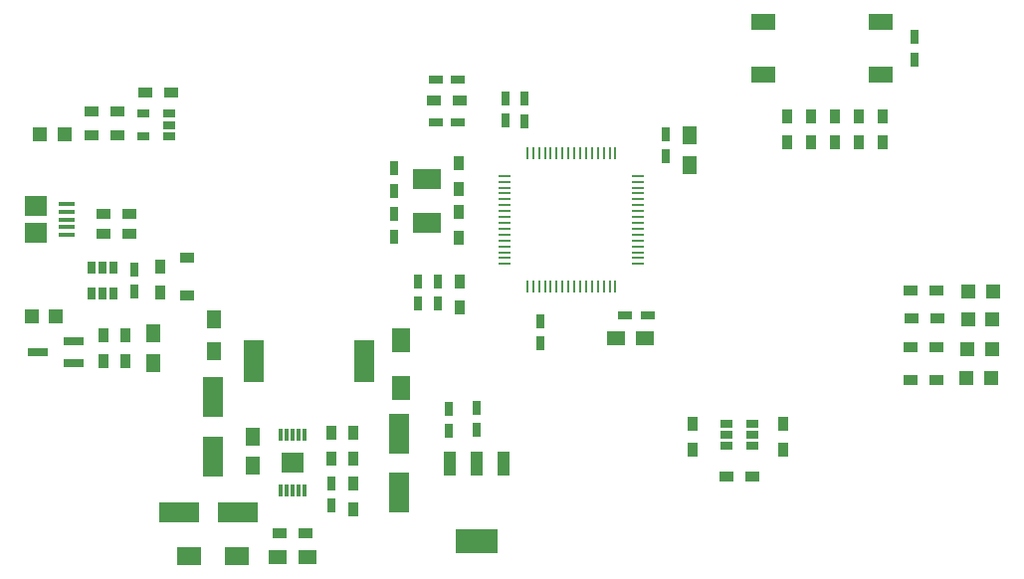
<source format=gtp>
G04 #@! TF.FileFunction,Paste,Top*
%FSLAX46Y46*%
G04 Gerber Fmt 4.6, Leading zero omitted, Abs format (unit mm)*
G04 Created by KiCad (PCBNEW 4.0.0-rc1-stable) date 01/12/2015 21:12:57*
%MOMM*%
G01*
G04 APERTURE LIST*
%ADD10C,0.100000*%
%ADD11R,2.000000X1.600000*%
%ADD12R,1.500000X1.250000*%
%ADD13R,0.750000X1.200000*%
%ADD14R,1.250000X1.500000*%
%ADD15R,1.600000X2.000000*%
%ADD16R,1.200000X0.750000*%
%ADD17R,3.500120X1.800860*%
%ADD18R,1.800860X3.500120*%
%ADD19R,1.220000X0.910000*%
%ADD20R,1.198880X1.198880*%
%ADD21R,0.300000X1.020000*%
%ADD22R,1.900000X1.730000*%
%ADD23R,3.657600X2.032000*%
%ADD24R,1.016000X2.032000*%
%ADD25R,0.650000X1.060000*%
%ADD26R,1.060000X0.650000*%
%ADD27R,1.780000X3.560000*%
%ADD28R,0.900000X1.200000*%
%ADD29R,1.900000X1.800000*%
%ADD30R,1.350000X0.400000*%
%ADD31R,1.800860X0.800100*%
%ADD32R,1.200000X0.900000*%
%ADD33R,1.300000X1.500000*%
%ADD34R,2.100000X1.400000*%
%ADD35R,1.000000X0.250000*%
%ADD36R,0.250000X1.000000*%
%ADD37R,2.400000X1.700000*%
G04 APERTURE END LIST*
D10*
D11*
X128679960Y-121930160D03*
X124679960Y-121930160D03*
D12*
X132191440Y-122069860D03*
X134691440Y-122069860D03*
D13*
X136770000Y-117670000D03*
X136770000Y-115770000D03*
X146791680Y-111287600D03*
X146791680Y-109387600D03*
D14*
X130060700Y-114267300D03*
X130060700Y-111767300D03*
D13*
X149128480Y-111226640D03*
X149128480Y-109326640D03*
D15*
X142661640Y-107613200D03*
X142661640Y-103613200D03*
D13*
X144100000Y-98550000D03*
X144100000Y-100450000D03*
X145800000Y-98550000D03*
X145800000Y-100450000D03*
D14*
X121615200Y-102991600D03*
X121615200Y-105491600D03*
D13*
X186415680Y-79684920D03*
X186415680Y-77784920D03*
X142100000Y-90850000D03*
X142100000Y-88950000D03*
X142100000Y-92850000D03*
X142100000Y-94750000D03*
X120037860Y-97553740D03*
X120037860Y-99453740D03*
D12*
X160950000Y-103400000D03*
X163450000Y-103400000D03*
D14*
X167200000Y-88650000D03*
X167200000Y-86150000D03*
D13*
X154500000Y-101950000D03*
X154500000Y-103850000D03*
D16*
X145650000Y-81400000D03*
X147550000Y-81400000D03*
D13*
X153160000Y-84940000D03*
X153160000Y-83040000D03*
D16*
X161750000Y-101500000D03*
X163650000Y-101500000D03*
X147550000Y-85000000D03*
X145650000Y-85000000D03*
D13*
X165200000Y-87950000D03*
X165200000Y-86050000D03*
X151610000Y-84910000D03*
X151610000Y-83010000D03*
D17*
X128788160Y-118242080D03*
X123789440Y-118242080D03*
D18*
X126707900Y-113449100D03*
X126707900Y-108450380D03*
X142549880Y-116550440D03*
X142549880Y-111551720D03*
D19*
X124470000Y-99815000D03*
X124470000Y-96545000D03*
D20*
X113339880Y-101589840D03*
X111241840Y-101589840D03*
X114069020Y-86080000D03*
X111970980Y-86080000D03*
X190958280Y-99459500D03*
X193056320Y-99459500D03*
X190907180Y-101764800D03*
X193005220Y-101764800D03*
X190848280Y-104306300D03*
X192946320Y-104306300D03*
X190776380Y-106788400D03*
X192874420Y-106788400D03*
D21*
X132425440Y-116397700D03*
X132933440Y-116397700D03*
X133441440Y-116397700D03*
X133949440Y-116397700D03*
X134457440Y-116397700D03*
X134457440Y-111592700D03*
X133949440Y-111592700D03*
X133441440Y-111592700D03*
X132933440Y-111592700D03*
X132425440Y-111592700D03*
D22*
X133441440Y-113995200D03*
D23*
X149143720Y-120650000D03*
D24*
X149143720Y-114046000D03*
X146857720Y-114046000D03*
X151429720Y-114046000D03*
D25*
X118237040Y-97391040D03*
X117287040Y-97391040D03*
X116337040Y-97391040D03*
X116337040Y-99591040D03*
X118237040Y-99591040D03*
X117287040Y-99591040D03*
D26*
X122989520Y-86217800D03*
X122989520Y-85267800D03*
X122989520Y-84317800D03*
X120789520Y-84317800D03*
X120789520Y-86217800D03*
D27*
X130135900Y-105346500D03*
X139535900Y-105346500D03*
D28*
X147650000Y-100750000D03*
X147650000Y-98550000D03*
D29*
X111594900Y-94456900D03*
D30*
X114269900Y-93306900D03*
X114269900Y-92656900D03*
X114269900Y-92006900D03*
X114269900Y-93956900D03*
X114269900Y-94606900D03*
D29*
X111594900Y-92156900D03*
D31*
X114810540Y-105557360D03*
X114810540Y-103657360D03*
X111808260Y-104607360D03*
D32*
X132397320Y-120002300D03*
X134597320Y-120002300D03*
D28*
X138640000Y-115780000D03*
X138640000Y-117980000D03*
D33*
X126791720Y-104504480D03*
X126791720Y-101804480D03*
D28*
X138602720Y-113632160D03*
X138602720Y-111432160D03*
X136779000Y-111462640D03*
X136779000Y-113662640D03*
X122224800Y-97312300D03*
X122224800Y-99512300D03*
X117388640Y-103182240D03*
X117388640Y-105382240D03*
X119268240Y-103172080D03*
X119268240Y-105372080D03*
X167510000Y-112920000D03*
X167510000Y-110720000D03*
D32*
X172548000Y-115162000D03*
X170348000Y-115162000D03*
D28*
X175160000Y-110720000D03*
X175160000Y-112920000D03*
X147600000Y-90700000D03*
X147600000Y-88500000D03*
X147600000Y-92700000D03*
X147600000Y-94900000D03*
D32*
X119550360Y-94515940D03*
X117350360Y-94515940D03*
X119550360Y-92801440D03*
X117350360Y-92801440D03*
X118550000Y-86120000D03*
X116350000Y-86120000D03*
X116350000Y-84150000D03*
X118550000Y-84150000D03*
X120962240Y-82478880D03*
X123162240Y-82478880D03*
D28*
X179578000Y-84498000D03*
X179578000Y-86698000D03*
X177546000Y-84498000D03*
X177546000Y-86698000D03*
X175514000Y-84498000D03*
X175514000Y-86698000D03*
X183642000Y-84498000D03*
X183642000Y-86698000D03*
X181610000Y-84498000D03*
X181610000Y-86698000D03*
D32*
X188268600Y-99383300D03*
X186068600Y-99383300D03*
X188290000Y-101720000D03*
X186090000Y-101720000D03*
X188234800Y-104192000D03*
X186034800Y-104192000D03*
X188210000Y-106940000D03*
X186010000Y-106940000D03*
X147700000Y-83200000D03*
X145500000Y-83200000D03*
D34*
X173536600Y-81012860D03*
X173536600Y-76512860D03*
X183536600Y-81012860D03*
X183536600Y-76512860D03*
D26*
X170348000Y-110656000D03*
X170348000Y-111606000D03*
X170348000Y-112556000D03*
X172548000Y-112556000D03*
X172548000Y-110656000D03*
X172548000Y-111606000D03*
D35*
X151475200Y-89595000D03*
X151475200Y-90095000D03*
X151475200Y-90595000D03*
X151475200Y-91095000D03*
X151475200Y-91595000D03*
X151475200Y-92095000D03*
X151475200Y-92595000D03*
X151475200Y-93095000D03*
X151475200Y-93595000D03*
X151475200Y-94095000D03*
X151475200Y-94595000D03*
X151475200Y-95095000D03*
X151475200Y-95595000D03*
X151475200Y-96095000D03*
X151475200Y-96595000D03*
X151475200Y-97095000D03*
D36*
X153425200Y-99045000D03*
X153925200Y-99045000D03*
X154425200Y-99045000D03*
X154925200Y-99045000D03*
X155425200Y-99045000D03*
X155925200Y-99045000D03*
X156425200Y-99045000D03*
X156925200Y-99045000D03*
X157425200Y-99045000D03*
X157925200Y-99045000D03*
X158425200Y-99045000D03*
X158925200Y-99045000D03*
X159425200Y-99045000D03*
X159925200Y-99045000D03*
X160425200Y-99045000D03*
X160925200Y-99045000D03*
D35*
X162875200Y-97095000D03*
X162875200Y-96595000D03*
X162875200Y-96095000D03*
X162875200Y-95595000D03*
X162875200Y-95095000D03*
X162875200Y-94595000D03*
X162875200Y-94095000D03*
X162875200Y-93595000D03*
X162875200Y-93095000D03*
X162875200Y-92595000D03*
X162875200Y-92095000D03*
X162875200Y-91595000D03*
X162875200Y-91095000D03*
X162875200Y-90595000D03*
X162875200Y-90095000D03*
X162875200Y-89595000D03*
D36*
X160925200Y-87645000D03*
X160425200Y-87645000D03*
X159925200Y-87645000D03*
X159425200Y-87645000D03*
X158925200Y-87645000D03*
X158425200Y-87645000D03*
X157925200Y-87645000D03*
X157425200Y-87645000D03*
X156925200Y-87645000D03*
X156425200Y-87645000D03*
X155925200Y-87645000D03*
X155425200Y-87645000D03*
X154925200Y-87645000D03*
X154425200Y-87645000D03*
X153925200Y-87645000D03*
X153425200Y-87645000D03*
D37*
X144890000Y-93560000D03*
X144890000Y-89860000D03*
M02*

</source>
